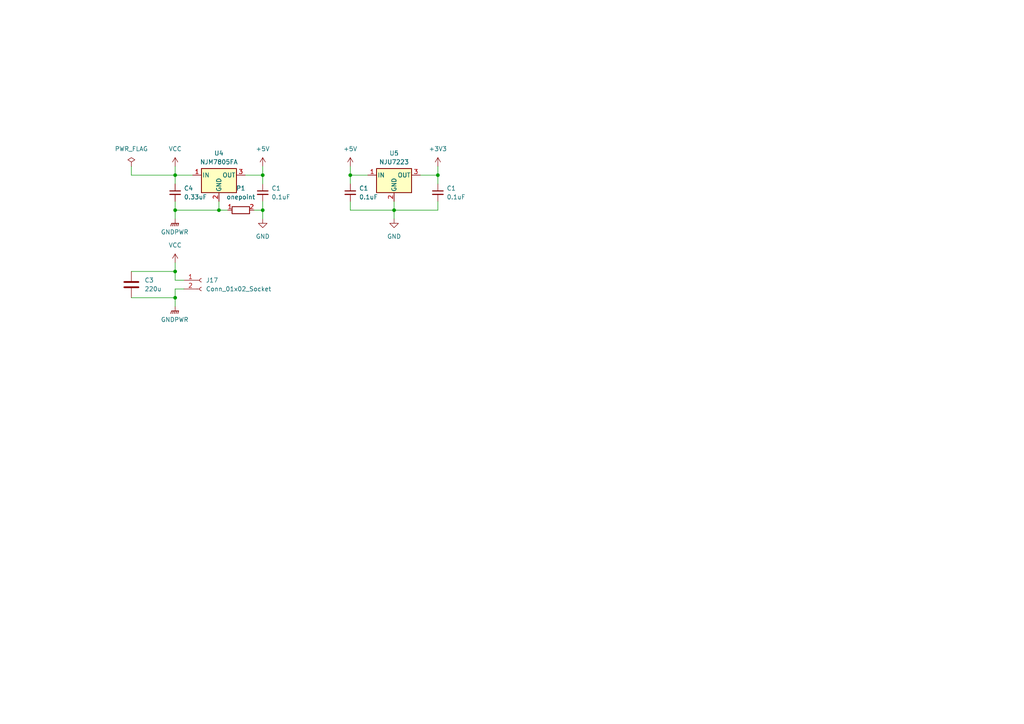
<source format=kicad_sch>
(kicad_sch (version 20230121) (generator eeschema)

  (uuid b121f1ac-567f-4c92-a979-c734161b9d95)

  (paper "A4")

  (lib_symbols
    (symbol "Connector:Conn_01x02_Socket" (pin_names (offset 1.016) hide) (in_bom yes) (on_board yes)
      (property "Reference" "J" (at 0 2.54 0)
        (effects (font (size 1.27 1.27)))
      )
      (property "Value" "Conn_01x02_Socket" (at 0 -5.08 0)
        (effects (font (size 1.27 1.27)))
      )
      (property "Footprint" "" (at 0 0 0)
        (effects (font (size 1.27 1.27)) hide)
      )
      (property "Datasheet" "~" (at 0 0 0)
        (effects (font (size 1.27 1.27)) hide)
      )
      (property "ki_locked" "" (at 0 0 0)
        (effects (font (size 1.27 1.27)))
      )
      (property "ki_keywords" "connector" (at 0 0 0)
        (effects (font (size 1.27 1.27)) hide)
      )
      (property "ki_description" "Generic connector, single row, 01x02, script generated" (at 0 0 0)
        (effects (font (size 1.27 1.27)) hide)
      )
      (property "ki_fp_filters" "Connector*:*_1x??_*" (at 0 0 0)
        (effects (font (size 1.27 1.27)) hide)
      )
      (symbol "Conn_01x02_Socket_1_1"
        (arc (start 0 -2.032) (mid -0.5058 -2.54) (end 0 -3.048)
          (stroke (width 0.1524) (type default))
          (fill (type none))
        )
        (polyline
          (pts
            (xy -1.27 -2.54)
            (xy -0.508 -2.54)
          )
          (stroke (width 0.1524) (type default))
          (fill (type none))
        )
        (polyline
          (pts
            (xy -1.27 0)
            (xy -0.508 0)
          )
          (stroke (width 0.1524) (type default))
          (fill (type none))
        )
        (arc (start 0 0.508) (mid -0.5058 0) (end 0 -0.508)
          (stroke (width 0.1524) (type default))
          (fill (type none))
        )
        (pin passive line (at -5.08 0 0) (length 3.81)
          (name "Pin_1" (effects (font (size 1.27 1.27))))
          (number "1" (effects (font (size 1.27 1.27))))
        )
        (pin passive line (at -5.08 -2.54 0) (length 3.81)
          (name "Pin_2" (effects (font (size 1.27 1.27))))
          (number "2" (effects (font (size 1.27 1.27))))
        )
      )
    )
    (symbol "Device:C" (pin_numbers hide) (pin_names (offset 0.254)) (in_bom yes) (on_board yes)
      (property "Reference" "C" (at 0.635 2.54 0)
        (effects (font (size 1.27 1.27)) (justify left))
      )
      (property "Value" "C" (at 0.635 -2.54 0)
        (effects (font (size 1.27 1.27)) (justify left))
      )
      (property "Footprint" "" (at 0.9652 -3.81 0)
        (effects (font (size 1.27 1.27)) hide)
      )
      (property "Datasheet" "~" (at 0 0 0)
        (effects (font (size 1.27 1.27)) hide)
      )
      (property "ki_keywords" "cap capacitor" (at 0 0 0)
        (effects (font (size 1.27 1.27)) hide)
      )
      (property "ki_description" "Unpolarized capacitor" (at 0 0 0)
        (effects (font (size 1.27 1.27)) hide)
      )
      (property "ki_fp_filters" "C_*" (at 0 0 0)
        (effects (font (size 1.27 1.27)) hide)
      )
      (symbol "C_0_1"
        (polyline
          (pts
            (xy -2.032 -0.762)
            (xy 2.032 -0.762)
          )
          (stroke (width 0.508) (type default))
          (fill (type none))
        )
        (polyline
          (pts
            (xy -2.032 0.762)
            (xy 2.032 0.762)
          )
          (stroke (width 0.508) (type default))
          (fill (type none))
        )
      )
      (symbol "C_1_1"
        (pin passive line (at 0 3.81 270) (length 2.794)
          (name "~" (effects (font (size 1.27 1.27))))
          (number "1" (effects (font (size 1.27 1.27))))
        )
        (pin passive line (at 0 -3.81 90) (length 2.794)
          (name "~" (effects (font (size 1.27 1.27))))
          (number "2" (effects (font (size 1.27 1.27))))
        )
      )
    )
    (symbol "Device:C_Small" (pin_numbers hide) (pin_names (offset 0.254) hide) (in_bom yes) (on_board yes)
      (property "Reference" "C" (at 0.254 1.778 0)
        (effects (font (size 1.27 1.27)) (justify left))
      )
      (property "Value" "C_Small" (at 0.254 -2.032 0)
        (effects (font (size 1.27 1.27)) (justify left))
      )
      (property "Footprint" "" (at 0 0 0)
        (effects (font (size 1.27 1.27)) hide)
      )
      (property "Datasheet" "~" (at 0 0 0)
        (effects (font (size 1.27 1.27)) hide)
      )
      (property "ki_keywords" "capacitor cap" (at 0 0 0)
        (effects (font (size 1.27 1.27)) hide)
      )
      (property "ki_description" "Unpolarized capacitor, small symbol" (at 0 0 0)
        (effects (font (size 1.27 1.27)) hide)
      )
      (property "ki_fp_filters" "C_*" (at 0 0 0)
        (effects (font (size 1.27 1.27)) hide)
      )
      (symbol "C_Small_0_1"
        (polyline
          (pts
            (xy -1.524 -0.508)
            (xy 1.524 -0.508)
          )
          (stroke (width 0.3302) (type default))
          (fill (type none))
        )
        (polyline
          (pts
            (xy -1.524 0.508)
            (xy 1.524 0.508)
          )
          (stroke (width 0.3048) (type default))
          (fill (type none))
        )
      )
      (symbol "C_Small_1_1"
        (pin passive line (at 0 2.54 270) (length 2.032)
          (name "~" (effects (font (size 1.27 1.27))))
          (number "1" (effects (font (size 1.27 1.27))))
        )
        (pin passive line (at 0 -2.54 90) (length 2.032)
          (name "~" (effects (font (size 1.27 1.27))))
          (number "2" (effects (font (size 1.27 1.27))))
        )
      )
    )
    (symbol "Regulator_Linear:L7805" (pin_names (offset 0.254)) (in_bom yes) (on_board yes)
      (property "Reference" "U" (at -3.81 3.175 0)
        (effects (font (size 1.27 1.27)))
      )
      (property "Value" "L7805" (at 0 3.175 0)
        (effects (font (size 1.27 1.27)) (justify left))
      )
      (property "Footprint" "" (at 0.635 -3.81 0)
        (effects (font (size 1.27 1.27) italic) (justify left) hide)
      )
      (property "Datasheet" "http://www.st.com/content/ccc/resource/technical/document/datasheet/41/4f/b3/b0/12/d4/47/88/CD00000444.pdf/files/CD00000444.pdf/jcr:content/translations/en.CD00000444.pdf" (at 0 -1.27 0)
        (effects (font (size 1.27 1.27)) hide)
      )
      (property "ki_keywords" "Voltage Regulator 1.5A Positive" (at 0 0 0)
        (effects (font (size 1.27 1.27)) hide)
      )
      (property "ki_description" "Positive 1.5A 35V Linear Regulator, Fixed Output 5V, TO-220/TO-263/TO-252" (at 0 0 0)
        (effects (font (size 1.27 1.27)) hide)
      )
      (property "ki_fp_filters" "TO?252* TO?263* TO?220*" (at 0 0 0)
        (effects (font (size 1.27 1.27)) hide)
      )
      (symbol "L7805_0_1"
        (rectangle (start -5.08 1.905) (end 5.08 -5.08)
          (stroke (width 0.254) (type default))
          (fill (type background))
        )
      )
      (symbol "L7805_1_1"
        (pin power_in line (at -7.62 0 0) (length 2.54)
          (name "IN" (effects (font (size 1.27 1.27))))
          (number "1" (effects (font (size 1.27 1.27))))
        )
        (pin power_in line (at 0 -7.62 90) (length 2.54)
          (name "GND" (effects (font (size 1.27 1.27))))
          (number "2" (effects (font (size 1.27 1.27))))
        )
        (pin power_out line (at 7.62 0 180) (length 2.54)
          (name "OUT" (effects (font (size 1.27 1.27))))
          (number "3" (effects (font (size 1.27 1.27))))
        )
      )
    )
    (symbol "mylib:onepoint" (pin_names (offset 1.016)) (in_bom yes) (on_board yes)
      (property "Reference" "P" (at 0 -2.54 0)
        (effects (font (size 1.27 1.27)))
      )
      (property "Value" "onepoint" (at 0 -3.81 0)
        (effects (font (size 1.27 1.27)))
      )
      (property "Footprint" "" (at 0 0 0)
        (effects (font (size 1.27 1.27)) hide)
      )
      (property "Datasheet" "" (at 0 0 0)
        (effects (font (size 1.27 1.27)) hide)
      )
      (symbol "onepoint_1_1"
        (rectangle (start 2.54 -1.016) (end -2.54 1.016)
          (stroke (width 0.254) (type default))
          (fill (type none))
        )
        (pin passive line (at -3.81 0 0) (length 1.27)
          (name "~" (effects (font (size 1.27 1.27))))
          (number "1" (effects (font (size 1.27 1.27))))
        )
        (pin passive line (at 3.81 0 180) (length 1.27)
          (name "~" (effects (font (size 1.27 1.27))))
          (number "2" (effects (font (size 1.27 1.27))))
        )
      )
    )
    (symbol "power:+3V3" (power) (pin_names (offset 0)) (in_bom yes) (on_board yes)
      (property "Reference" "#PWR" (at 0 -3.81 0)
        (effects (font (size 1.27 1.27)) hide)
      )
      (property "Value" "+3V3" (at 0 3.556 0)
        (effects (font (size 1.27 1.27)))
      )
      (property "Footprint" "" (at 0 0 0)
        (effects (font (size 1.27 1.27)) hide)
      )
      (property "Datasheet" "" (at 0 0 0)
        (effects (font (size 1.27 1.27)) hide)
      )
      (property "ki_keywords" "global power" (at 0 0 0)
        (effects (font (size 1.27 1.27)) hide)
      )
      (property "ki_description" "Power symbol creates a global label with name \"+3V3\"" (at 0 0 0)
        (effects (font (size 1.27 1.27)) hide)
      )
      (symbol "+3V3_0_1"
        (polyline
          (pts
            (xy -0.762 1.27)
            (xy 0 2.54)
          )
          (stroke (width 0) (type default))
          (fill (type none))
        )
        (polyline
          (pts
            (xy 0 0)
            (xy 0 2.54)
          )
          (stroke (width 0) (type default))
          (fill (type none))
        )
        (polyline
          (pts
            (xy 0 2.54)
            (xy 0.762 1.27)
          )
          (stroke (width 0) (type default))
          (fill (type none))
        )
      )
      (symbol "+3V3_1_1"
        (pin power_in line (at 0 0 90) (length 0) hide
          (name "+3V3" (effects (font (size 1.27 1.27))))
          (number "1" (effects (font (size 1.27 1.27))))
        )
      )
    )
    (symbol "power:+5V" (power) (pin_names (offset 0)) (in_bom yes) (on_board yes)
      (property "Reference" "#PWR" (at 0 -3.81 0)
        (effects (font (size 1.27 1.27)) hide)
      )
      (property "Value" "+5V" (at 0 3.556 0)
        (effects (font (size 1.27 1.27)))
      )
      (property "Footprint" "" (at 0 0 0)
        (effects (font (size 1.27 1.27)) hide)
      )
      (property "Datasheet" "" (at 0 0 0)
        (effects (font (size 1.27 1.27)) hide)
      )
      (property "ki_keywords" "global power" (at 0 0 0)
        (effects (font (size 1.27 1.27)) hide)
      )
      (property "ki_description" "Power symbol creates a global label with name \"+5V\"" (at 0 0 0)
        (effects (font (size 1.27 1.27)) hide)
      )
      (symbol "+5V_0_1"
        (polyline
          (pts
            (xy -0.762 1.27)
            (xy 0 2.54)
          )
          (stroke (width 0) (type default))
          (fill (type none))
        )
        (polyline
          (pts
            (xy 0 0)
            (xy 0 2.54)
          )
          (stroke (width 0) (type default))
          (fill (type none))
        )
        (polyline
          (pts
            (xy 0 2.54)
            (xy 0.762 1.27)
          )
          (stroke (width 0) (type default))
          (fill (type none))
        )
      )
      (symbol "+5V_1_1"
        (pin power_in line (at 0 0 90) (length 0) hide
          (name "+5V" (effects (font (size 1.27 1.27))))
          (number "1" (effects (font (size 1.27 1.27))))
        )
      )
    )
    (symbol "power:GND" (power) (pin_names (offset 0)) (in_bom yes) (on_board yes)
      (property "Reference" "#PWR" (at 0 -6.35 0)
        (effects (font (size 1.27 1.27)) hide)
      )
      (property "Value" "GND" (at 0 -3.81 0)
        (effects (font (size 1.27 1.27)))
      )
      (property "Footprint" "" (at 0 0 0)
        (effects (font (size 1.27 1.27)) hide)
      )
      (property "Datasheet" "" (at 0 0 0)
        (effects (font (size 1.27 1.27)) hide)
      )
      (property "ki_keywords" "global power" (at 0 0 0)
        (effects (font (size 1.27 1.27)) hide)
      )
      (property "ki_description" "Power symbol creates a global label with name \"GND\" , ground" (at 0 0 0)
        (effects (font (size 1.27 1.27)) hide)
      )
      (symbol "GND_0_1"
        (polyline
          (pts
            (xy 0 0)
            (xy 0 -1.27)
            (xy 1.27 -1.27)
            (xy 0 -2.54)
            (xy -1.27 -1.27)
            (xy 0 -1.27)
          )
          (stroke (width 0) (type default))
          (fill (type none))
        )
      )
      (symbol "GND_1_1"
        (pin power_in line (at 0 0 270) (length 0) hide
          (name "GND" (effects (font (size 1.27 1.27))))
          (number "1" (effects (font (size 1.27 1.27))))
        )
      )
    )
    (symbol "power:GNDPWR" (power) (pin_names (offset 0)) (in_bom yes) (on_board yes)
      (property "Reference" "#PWR" (at 0 -5.08 0)
        (effects (font (size 1.27 1.27)) hide)
      )
      (property "Value" "GNDPWR" (at 0 -3.302 0)
        (effects (font (size 1.27 1.27)))
      )
      (property "Footprint" "" (at 0 -1.27 0)
        (effects (font (size 1.27 1.27)) hide)
      )
      (property "Datasheet" "" (at 0 -1.27 0)
        (effects (font (size 1.27 1.27)) hide)
      )
      (property "ki_keywords" "global ground" (at 0 0 0)
        (effects (font (size 1.27 1.27)) hide)
      )
      (property "ki_description" "Power symbol creates a global label with name \"GNDPWR\" , global ground" (at 0 0 0)
        (effects (font (size 1.27 1.27)) hide)
      )
      (symbol "GNDPWR_0_1"
        (polyline
          (pts
            (xy 0 -1.27)
            (xy 0 0)
          )
          (stroke (width 0) (type default))
          (fill (type none))
        )
        (polyline
          (pts
            (xy -1.016 -1.27)
            (xy -1.27 -2.032)
            (xy -1.27 -2.032)
          )
          (stroke (width 0.2032) (type default))
          (fill (type none))
        )
        (polyline
          (pts
            (xy -0.508 -1.27)
            (xy -0.762 -2.032)
            (xy -0.762 -2.032)
          )
          (stroke (width 0.2032) (type default))
          (fill (type none))
        )
        (polyline
          (pts
            (xy 0 -1.27)
            (xy -0.254 -2.032)
            (xy -0.254 -2.032)
          )
          (stroke (width 0.2032) (type default))
          (fill (type none))
        )
        (polyline
          (pts
            (xy 0.508 -1.27)
            (xy 0.254 -2.032)
            (xy 0.254 -2.032)
          )
          (stroke (width 0.2032) (type default))
          (fill (type none))
        )
        (polyline
          (pts
            (xy 1.016 -1.27)
            (xy -1.016 -1.27)
            (xy -1.016 -1.27)
          )
          (stroke (width 0.2032) (type default))
          (fill (type none))
        )
        (polyline
          (pts
            (xy 1.016 -1.27)
            (xy 0.762 -2.032)
            (xy 0.762 -2.032)
            (xy 0.762 -2.032)
          )
          (stroke (width 0.2032) (type default))
          (fill (type none))
        )
      )
      (symbol "GNDPWR_1_1"
        (pin power_in line (at 0 0 270) (length 0) hide
          (name "GNDPWR" (effects (font (size 1.27 1.27))))
          (number "1" (effects (font (size 1.27 1.27))))
        )
      )
    )
    (symbol "power:PWR_FLAG" (power) (pin_numbers hide) (pin_names (offset 0) hide) (in_bom yes) (on_board yes)
      (property "Reference" "#FLG" (at 0 1.905 0)
        (effects (font (size 1.27 1.27)) hide)
      )
      (property "Value" "PWR_FLAG" (at 0 3.81 0)
        (effects (font (size 1.27 1.27)))
      )
      (property "Footprint" "" (at 0 0 0)
        (effects (font (size 1.27 1.27)) hide)
      )
      (property "Datasheet" "~" (at 0 0 0)
        (effects (font (size 1.27 1.27)) hide)
      )
      (property "ki_keywords" "flag power" (at 0 0 0)
        (effects (font (size 1.27 1.27)) hide)
      )
      (property "ki_description" "Special symbol for telling ERC where power comes from" (at 0 0 0)
        (effects (font (size 1.27 1.27)) hide)
      )
      (symbol "PWR_FLAG_0_0"
        (pin power_out line (at 0 0 90) (length 0)
          (name "pwr" (effects (font (size 1.27 1.27))))
          (number "1" (effects (font (size 1.27 1.27))))
        )
      )
      (symbol "PWR_FLAG_0_1"
        (polyline
          (pts
            (xy 0 0)
            (xy 0 1.27)
            (xy -1.016 1.905)
            (xy 0 2.54)
            (xy 1.016 1.905)
            (xy 0 1.27)
          )
          (stroke (width 0) (type default))
          (fill (type none))
        )
      )
    )
    (symbol "power:VCC" (power) (pin_names (offset 0)) (in_bom yes) (on_board yes)
      (property "Reference" "#PWR" (at 0 -3.81 0)
        (effects (font (size 1.27 1.27)) hide)
      )
      (property "Value" "VCC" (at 0 3.81 0)
        (effects (font (size 1.27 1.27)))
      )
      (property "Footprint" "" (at 0 0 0)
        (effects (font (size 1.27 1.27)) hide)
      )
      (property "Datasheet" "" (at 0 0 0)
        (effects (font (size 1.27 1.27)) hide)
      )
      (property "ki_keywords" "global power" (at 0 0 0)
        (effects (font (size 1.27 1.27)) hide)
      )
      (property "ki_description" "Power symbol creates a global label with name \"VCC\"" (at 0 0 0)
        (effects (font (size 1.27 1.27)) hide)
      )
      (symbol "VCC_0_1"
        (polyline
          (pts
            (xy -0.762 1.27)
            (xy 0 2.54)
          )
          (stroke (width 0) (type default))
          (fill (type none))
        )
        (polyline
          (pts
            (xy 0 0)
            (xy 0 2.54)
          )
          (stroke (width 0) (type default))
          (fill (type none))
        )
        (polyline
          (pts
            (xy 0 2.54)
            (xy 0.762 1.27)
          )
          (stroke (width 0) (type default))
          (fill (type none))
        )
      )
      (symbol "VCC_1_1"
        (pin power_in line (at 0 0 90) (length 0) hide
          (name "VCC" (effects (font (size 1.27 1.27))))
          (number "1" (effects (font (size 1.27 1.27))))
        )
      )
    )
  )

  (junction (at 101.6 50.8) (diameter 0) (color 0 0 0 0)
    (uuid 20b80acb-bb05-4a54-aebc-f988e1a8cf47)
  )
  (junction (at 63.5 60.96) (diameter 0) (color 0 0 0 0)
    (uuid 6dd0cdc6-a427-4d88-8284-43e482723f90)
  )
  (junction (at 50.8 86.36) (diameter 0) (color 0 0 0 0)
    (uuid 7f8cc551-ec7b-4094-954e-66a3e8e1b383)
  )
  (junction (at 50.8 60.96) (diameter 0) (color 0 0 0 0)
    (uuid 86505979-bcb1-47f2-93ff-6cc765583b61)
  )
  (junction (at 76.2 60.96) (diameter 0) (color 0 0 0 0)
    (uuid 8720b523-333b-4d14-920f-cd3fa4935664)
  )
  (junction (at 50.8 50.8) (diameter 0) (color 0 0 0 0)
    (uuid ac12187e-f609-4166-aac4-56dd11722f42)
  )
  (junction (at 76.2 50.8) (diameter 0) (color 0 0 0 0)
    (uuid b35961ac-506e-4122-b84c-4817ae9ec9d5)
  )
  (junction (at 127 50.8) (diameter 0) (color 0 0 0 0)
    (uuid bfa1f9fa-68ad-4582-b927-c46d6313b8ec)
  )
  (junction (at 50.8 78.74) (diameter 0) (color 0 0 0 0)
    (uuid c19978ce-0c34-4e31-a659-2f4eb28efb83)
  )
  (junction (at 114.3 60.96) (diameter 0) (color 0 0 0 0)
    (uuid c3392b0f-92a0-46c8-b49c-3cf9a3bb21d9)
  )

  (wire (pts (xy 63.5 60.96) (xy 66.04 60.96))
    (stroke (width 0) (type default))
    (uuid 044df4cf-1d0a-4030-89ff-320c5463f4bd)
  )
  (wire (pts (xy 50.8 48.26) (xy 50.8 50.8))
    (stroke (width 0) (type default))
    (uuid 072e7dcc-bea4-46c1-b5ac-55addc869787)
  )
  (wire (pts (xy 76.2 48.26) (xy 76.2 50.8))
    (stroke (width 0) (type default))
    (uuid 0ffc8910-db65-43cc-9fab-52c7248e9b9f)
  )
  (wire (pts (xy 127 50.8) (xy 127 53.34))
    (stroke (width 0) (type default))
    (uuid 1dadedbd-fbf0-47b8-8b75-19d94ef68f08)
  )
  (wire (pts (xy 121.92 50.8) (xy 127 50.8))
    (stroke (width 0) (type default))
    (uuid 4acef410-cbe9-4ffd-85de-25d369f91204)
  )
  (wire (pts (xy 101.6 58.42) (xy 101.6 60.96))
    (stroke (width 0) (type default))
    (uuid 4fd47193-1d92-4e4c-9e65-82dd9a764c61)
  )
  (wire (pts (xy 50.8 78.74) (xy 50.8 81.28))
    (stroke (width 0) (type default))
    (uuid 55d82a2c-2490-4f65-bfab-c66588ea032a)
  )
  (wire (pts (xy 38.1 50.8) (xy 50.8 50.8))
    (stroke (width 0) (type default))
    (uuid 66346771-bdaa-4e10-bf59-8ade47cecdae)
  )
  (wire (pts (xy 101.6 50.8) (xy 106.68 50.8))
    (stroke (width 0) (type default))
    (uuid 6802e5fb-a478-4677-9eb1-68c38662842f)
  )
  (wire (pts (xy 114.3 60.96) (xy 114.3 63.5))
    (stroke (width 0) (type default))
    (uuid 75e6c934-328f-4ac9-9f12-2c33e93c1235)
  )
  (wire (pts (xy 50.8 81.28) (xy 53.34 81.28))
    (stroke (width 0) (type default))
    (uuid 77fd254a-9a7c-4716-be27-9574c100a6f0)
  )
  (wire (pts (xy 76.2 60.96) (xy 76.2 63.5))
    (stroke (width 0) (type default))
    (uuid 7ca0695a-9736-4ad6-a004-13a73603f195)
  )
  (wire (pts (xy 63.5 58.42) (xy 63.5 60.96))
    (stroke (width 0) (type default))
    (uuid 7f38375c-cc19-4e90-a808-14e021aa4ab8)
  )
  (wire (pts (xy 50.8 60.96) (xy 63.5 60.96))
    (stroke (width 0) (type default))
    (uuid 82245dd8-17f8-4c07-af5f-9e4fba9bfa94)
  )
  (wire (pts (xy 71.12 50.8) (xy 76.2 50.8))
    (stroke (width 0) (type default))
    (uuid 8628b826-1da5-4875-a37b-5529d9f87635)
  )
  (wire (pts (xy 127 58.42) (xy 127 60.96))
    (stroke (width 0) (type default))
    (uuid 8af8abff-18e1-4df4-b83a-d2d9cb1776b0)
  )
  (wire (pts (xy 50.8 50.8) (xy 50.8 53.34))
    (stroke (width 0) (type default))
    (uuid 8f2422af-164c-43a5-8ef5-3c7aa0d31cef)
  )
  (wire (pts (xy 73.66 60.96) (xy 76.2 60.96))
    (stroke (width 0) (type default))
    (uuid 9cd6ee1e-e4b0-41d8-87db-1c0a9834fd9c)
  )
  (wire (pts (xy 53.34 83.82) (xy 50.8 83.82))
    (stroke (width 0) (type default))
    (uuid a16be770-75c7-4a55-943b-d5ab7aa6412a)
  )
  (wire (pts (xy 50.8 58.42) (xy 50.8 60.96))
    (stroke (width 0) (type default))
    (uuid a6c7e423-0763-4e75-a233-af5b68a194cd)
  )
  (wire (pts (xy 76.2 50.8) (xy 76.2 53.34))
    (stroke (width 0) (type default))
    (uuid a7415704-7636-4b14-9bd7-34afe8477606)
  )
  (wire (pts (xy 101.6 50.8) (xy 101.6 53.34))
    (stroke (width 0) (type default))
    (uuid b022173c-a206-42e2-84dd-c1cb43b4ea9c)
  )
  (wire (pts (xy 38.1 78.74) (xy 50.8 78.74))
    (stroke (width 0) (type default))
    (uuid bb2f78e2-9517-4bc4-a2a6-34229e2219bc)
  )
  (wire (pts (xy 38.1 86.36) (xy 50.8 86.36))
    (stroke (width 0) (type default))
    (uuid bfca03e1-ddf2-46ff-b9ec-e0f97e026ddc)
  )
  (wire (pts (xy 50.8 50.8) (xy 55.88 50.8))
    (stroke (width 0) (type default))
    (uuid c0dbb781-0843-4ec0-b3e0-8b4e21a9de80)
  )
  (wire (pts (xy 127 48.26) (xy 127 50.8))
    (stroke (width 0) (type default))
    (uuid cd23c59e-9344-4a7a-8e9b-6ba6b66ece45)
  )
  (wire (pts (xy 114.3 60.96) (xy 127 60.96))
    (stroke (width 0) (type default))
    (uuid d0a60cff-2509-4a7b-9963-8e0b37c448aa)
  )
  (wire (pts (xy 76.2 58.42) (xy 76.2 60.96))
    (stroke (width 0) (type default))
    (uuid dc6a0f8a-4ab4-44e4-97e7-dd48f3822e6c)
  )
  (wire (pts (xy 114.3 58.42) (xy 114.3 60.96))
    (stroke (width 0) (type default))
    (uuid de160181-8911-475f-aff1-076af6855172)
  )
  (wire (pts (xy 101.6 60.96) (xy 114.3 60.96))
    (stroke (width 0) (type default))
    (uuid e573cb1f-facb-4ba9-a536-37d5a72559c4)
  )
  (wire (pts (xy 50.8 86.36) (xy 50.8 88.9))
    (stroke (width 0) (type default))
    (uuid e9f9115e-017c-431c-bdca-66c8ec5ad2f5)
  )
  (wire (pts (xy 50.8 83.82) (xy 50.8 86.36))
    (stroke (width 0) (type default))
    (uuid ea85c3f6-921b-4924-be65-0f404b133355)
  )
  (wire (pts (xy 101.6 48.26) (xy 101.6 50.8))
    (stroke (width 0) (type default))
    (uuid eca40b93-d71d-4120-b8ce-c38e65f96e24)
  )
  (wire (pts (xy 50.8 60.96) (xy 50.8 63.5))
    (stroke (width 0) (type default))
    (uuid ef4f3cd0-2a29-4ca7-9681-989b4f48cb2a)
  )
  (wire (pts (xy 50.8 76.2) (xy 50.8 78.74))
    (stroke (width 0) (type default))
    (uuid fcb3c97d-6484-4368-8cbc-453dde9bf1ef)
  )
  (wire (pts (xy 38.1 48.26) (xy 38.1 50.8))
    (stroke (width 0) (type default))
    (uuid fd4168d7-d5a0-4a0d-93a9-143b7649eb54)
  )

  (symbol (lib_id "power:GNDPWR") (at 50.8 63.5 0) (unit 1)
    (in_bom yes) (on_board yes) (dnp no) (fields_autoplaced)
    (uuid 0093b9a4-fbfa-401b-8193-28a4c3a4790e)
    (property "Reference" "#PWR032" (at 50.8 68.58 0)
      (effects (font (size 1.27 1.27)) hide)
    )
    (property "Value" "GNDPWR" (at 50.673 67.31 0)
      (effects (font (size 1.27 1.27)))
    )
    (property "Footprint" "" (at 50.8 64.77 0)
      (effects (font (size 1.27 1.27)) hide)
    )
    (property "Datasheet" "" (at 50.8 64.77 0)
      (effects (font (size 1.27 1.27)) hide)
    )
    (pin "1" (uuid 52e82577-1065-4227-8642-551f51b05631))
    (instances
      (project "HRUServoController"
        (path "/22d57d1f-fa00-4148-a62a-8eb596ebbd21/8865bb96-b424-4214-9ee7-9e2e6881a969"
          (reference "#PWR032") (unit 1)
        )
      )
    )
  )

  (symbol (lib_id "power:+5V") (at 76.2 48.26 0) (unit 1)
    (in_bom yes) (on_board yes) (dnp no) (fields_autoplaced)
    (uuid 126f46c2-c3d1-4256-a5e9-b2007a1e4d79)
    (property "Reference" "#PWR035" (at 76.2 52.07 0)
      (effects (font (size 1.27 1.27)) hide)
    )
    (property "Value" "+5V" (at 76.2 43.18 0)
      (effects (font (size 1.27 1.27)))
    )
    (property "Footprint" "" (at 76.2 48.26 0)
      (effects (font (size 1.27 1.27)) hide)
    )
    (property "Datasheet" "" (at 76.2 48.26 0)
      (effects (font (size 1.27 1.27)) hide)
    )
    (pin "1" (uuid 091df08b-dcc6-49c5-a0f0-55c78bb29c70))
    (instances
      (project "HRUServoController"
        (path "/22d57d1f-fa00-4148-a62a-8eb596ebbd21/8865bb96-b424-4214-9ee7-9e2e6881a969"
          (reference "#PWR035") (unit 1)
        )
      )
    )
  )

  (symbol (lib_id "Device:C_Small") (at 127 55.88 0) (unit 1)
    (in_bom yes) (on_board yes) (dnp no) (fields_autoplaced)
    (uuid 23cc5085-27ab-4ac4-ab62-af4bc4a6d316)
    (property "Reference" "C1" (at 129.54 54.6163 0)
      (effects (font (size 1.27 1.27)) (justify left))
    )
    (property "Value" "0.1uF" (at 129.54 57.1563 0)
      (effects (font (size 1.27 1.27)) (justify left))
    )
    (property "Footprint" "Capacitor_THT:C_Disc_D3.8mm_W2.6mm_P2.50mm" (at 127 55.88 0)
      (effects (font (size 1.27 1.27)) hide)
    )
    (property "Datasheet" "~" (at 127 55.88 0)
      (effects (font (size 1.27 1.27)) hide)
    )
    (property "AKI_CODE" "RDER71H104K0P1H03B" (at 127 55.88 0)
      (effects (font (size 1.27 1.27)) hide)
    )
    (pin "1" (uuid 2ba9501c-8870-4067-8b6e-87417e549d26))
    (pin "2" (uuid ec41086a-7aba-4213-b8b8-afe374d1cf5a))
    (instances
      (project "HRUServoController"
        (path "/22d57d1f-fa00-4148-a62a-8eb596ebbd21/e77e8245-6b3f-4da7-90e6-d027ac806a87"
          (reference "C1") (unit 1)
        )
        (path "/22d57d1f-fa00-4148-a62a-8eb596ebbd21/8865bb96-b424-4214-9ee7-9e2e6881a969"
          (reference "C7") (unit 1)
        )
      )
    )
  )

  (symbol (lib_id "mylib:onepoint") (at 69.85 60.96 0) (unit 1)
    (in_bom yes) (on_board yes) (dnp no) (fields_autoplaced)
    (uuid 29e12052-d1ea-44f7-b9b2-4046d62d1433)
    (property "Reference" "P1" (at 69.85 54.61 0)
      (effects (font (size 1.27 1.27)))
    )
    (property "Value" "onepoint" (at 69.85 57.15 0)
      (effects (font (size 1.27 1.27)))
    )
    (property "Footprint" "mymod:one-point-connect" (at 69.85 60.96 0)
      (effects (font (size 1.27 1.27)) hide)
    )
    (property "Datasheet" "" (at 69.85 60.96 0)
      (effects (font (size 1.27 1.27)) hide)
    )
    (pin "1" (uuid 0bd202ef-2433-41f5-b943-3e048afad131))
    (pin "2" (uuid 13c97aea-cb05-482e-8548-0a4fba066948))
    (instances
      (project "HRUServoController"
        (path "/22d57d1f-fa00-4148-a62a-8eb596ebbd21/8865bb96-b424-4214-9ee7-9e2e6881a969"
          (reference "P1") (unit 1)
        )
      )
    )
  )

  (symbol (lib_id "power:+3V3") (at 127 48.26 0) (unit 1)
    (in_bom yes) (on_board yes) (dnp no) (fields_autoplaced)
    (uuid 2bdc2680-adfa-46e2-b3f9-1f0c66975f75)
    (property "Reference" "#PWR039" (at 127 52.07 0)
      (effects (font (size 1.27 1.27)) hide)
    )
    (property "Value" "+3V3" (at 127 43.18 0)
      (effects (font (size 1.27 1.27)))
    )
    (property "Footprint" "" (at 127 48.26 0)
      (effects (font (size 1.27 1.27)) hide)
    )
    (property "Datasheet" "" (at 127 48.26 0)
      (effects (font (size 1.27 1.27)) hide)
    )
    (pin "1" (uuid 29aad743-1560-471c-9d13-01df721c020f))
    (instances
      (project "HRUServoController"
        (path "/22d57d1f-fa00-4148-a62a-8eb596ebbd21/8865bb96-b424-4214-9ee7-9e2e6881a969"
          (reference "#PWR039") (unit 1)
        )
      )
    )
  )

  (symbol (lib_id "power:VCC") (at 50.8 48.26 0) (unit 1)
    (in_bom yes) (on_board yes) (dnp no) (fields_autoplaced)
    (uuid 2f4b4c90-f69c-4c87-9abd-bda8a7eb36b3)
    (property "Reference" "#PWR031" (at 50.8 52.07 0)
      (effects (font (size 1.27 1.27)) hide)
    )
    (property "Value" "VCC" (at 50.8 43.18 0)
      (effects (font (size 1.27 1.27)))
    )
    (property "Footprint" "" (at 50.8 48.26 0)
      (effects (font (size 1.27 1.27)) hide)
    )
    (property "Datasheet" "" (at 50.8 48.26 0)
      (effects (font (size 1.27 1.27)) hide)
    )
    (pin "1" (uuid 230ff5c3-340c-479a-b576-7b01fce1ae84))
    (instances
      (project "HRUServoController"
        (path "/22d57d1f-fa00-4148-a62a-8eb596ebbd21/8865bb96-b424-4214-9ee7-9e2e6881a969"
          (reference "#PWR031") (unit 1)
        )
      )
    )
  )

  (symbol (lib_id "Device:C_Small") (at 101.6 55.88 0) (unit 1)
    (in_bom yes) (on_board yes) (dnp no) (fields_autoplaced)
    (uuid 3b77d794-f308-4df4-ab3e-967c4d54f2b3)
    (property "Reference" "C1" (at 104.14 54.6163 0)
      (effects (font (size 1.27 1.27)) (justify left))
    )
    (property "Value" "0.1uF" (at 104.14 57.1563 0)
      (effects (font (size 1.27 1.27)) (justify left))
    )
    (property "Footprint" "Capacitor_THT:C_Disc_D3.8mm_W2.6mm_P2.50mm" (at 101.6 55.88 0)
      (effects (font (size 1.27 1.27)) hide)
    )
    (property "Datasheet" "~" (at 101.6 55.88 0)
      (effects (font (size 1.27 1.27)) hide)
    )
    (property "AKI_CODE" "RDER71H104K0P1H03B" (at 101.6 55.88 0)
      (effects (font (size 1.27 1.27)) hide)
    )
    (pin "1" (uuid 266f7fb9-4dd2-4dda-82aa-3988efb1626e))
    (pin "2" (uuid 5fd7ef98-3625-4d87-be3c-d050a18712e6))
    (instances
      (project "HRUServoController"
        (path "/22d57d1f-fa00-4148-a62a-8eb596ebbd21/e77e8245-6b3f-4da7-90e6-d027ac806a87"
          (reference "C1") (unit 1)
        )
        (path "/22d57d1f-fa00-4148-a62a-8eb596ebbd21/8865bb96-b424-4214-9ee7-9e2e6881a969"
          (reference "C6") (unit 1)
        )
      )
    )
  )

  (symbol (lib_id "Device:C_Small") (at 50.8 55.88 0) (unit 1)
    (in_bom yes) (on_board yes) (dnp no) (fields_autoplaced)
    (uuid 5cb7ccf6-6df7-4af5-ac82-926d11d1fd50)
    (property "Reference" "C4" (at 53.34 54.6163 0)
      (effects (font (size 1.27 1.27)) (justify left))
    )
    (property "Value" "0.33uF" (at 53.34 57.1563 0)
      (effects (font (size 1.27 1.27)) (justify left))
    )
    (property "Footprint" "Capacitor_THT:C_Disc_D3.8mm_W2.6mm_P2.50mm" (at 50.8 55.88 0)
      (effects (font (size 1.27 1.27)) hide)
    )
    (property "Datasheet" "~" (at 50.8 55.88 0)
      (effects (font (size 1.27 1.27)) hide)
    )
    (pin "1" (uuid a978cb07-4054-49d0-a792-d44dbecaee5e))
    (pin "2" (uuid 36d10610-31d5-400b-bfe8-27f05fcd6dec))
    (instances
      (project "HRUServoController"
        (path "/22d57d1f-fa00-4148-a62a-8eb596ebbd21/8865bb96-b424-4214-9ee7-9e2e6881a969"
          (reference "C4") (unit 1)
        )
      )
    )
  )

  (symbol (lib_id "Connector:Conn_01x02_Socket") (at 58.42 81.28 0) (unit 1)
    (in_bom yes) (on_board yes) (dnp no) (fields_autoplaced)
    (uuid 65d54089-4231-4db4-91df-ebc65506154c)
    (property "Reference" "J17" (at 59.69 81.28 0)
      (effects (font (size 1.27 1.27)) (justify left))
    )
    (property "Value" "Conn_01x02_Socket" (at 59.69 83.82 0)
      (effects (font (size 1.27 1.27)) (justify left))
    )
    (property "Footprint" "Connector_JST:JST_VH_B2P-VH_1x02_P3.96mm_Vertical" (at 58.42 81.28 0)
      (effects (font (size 1.27 1.27)) hide)
    )
    (property "Datasheet" "~" (at 58.42 81.28 0)
      (effects (font (size 1.27 1.27)) hide)
    )
    (pin "1" (uuid 64b39885-265d-4335-9ee1-7fb22a1fd2df))
    (pin "2" (uuid f68b57fa-1ee2-43c4-9c8f-4cfa100eae0d))
    (instances
      (project "HRUServoController"
        (path "/22d57d1f-fa00-4148-a62a-8eb596ebbd21/8865bb96-b424-4214-9ee7-9e2e6881a969"
          (reference "J17") (unit 1)
        )
      )
    )
  )

  (symbol (lib_id "Regulator_Linear:L7805") (at 63.5 50.8 0) (unit 1)
    (in_bom yes) (on_board yes) (dnp no) (fields_autoplaced)
    (uuid 8944b0c9-388a-4539-bb57-b6bcdb7a93e4)
    (property "Reference" "U4" (at 63.5 44.45 0)
      (effects (font (size 1.27 1.27)))
    )
    (property "Value" "NJM7805FA" (at 63.5 46.99 0)
      (effects (font (size 1.27 1.27)))
    )
    (property "Footprint" "Package_TO_SOT_THT:TO-220-3_Vertical" (at 64.135 54.61 0)
      (effects (font (size 1.27 1.27) italic) (justify left) hide)
    )
    (property "Datasheet" "https://akizukidenshi.com/download/ds/njr/NJM7800_J.pdf" (at 63.5 52.07 0)
      (effects (font (size 1.27 1.27)) hide)
    )
    (property "AKI_URL" "https://akizukidenshi.com/catalog/g/gI-08678/" (at 63.5 50.8 0)
      (effects (font (size 1.27 1.27)) hide)
    )
    (property "AKI_CODE" "NJM7805FA" (at 63.5 50.8 0)
      (effects (font (size 1.27 1.27)) hide)
    )
    (pin "1" (uuid 5eb2bca5-1254-4bd4-b3fb-a89fdcd24c36))
    (pin "2" (uuid 38238802-f3ba-4004-b11b-1856e82ee1d6))
    (pin "3" (uuid cc46c33e-4e65-4777-9249-78bbb3290932))
    (instances
      (project "HRUServoController"
        (path "/22d57d1f-fa00-4148-a62a-8eb596ebbd21/8865bb96-b424-4214-9ee7-9e2e6881a969"
          (reference "U4") (unit 1)
        )
      )
    )
  )

  (symbol (lib_id "power:+5V") (at 101.6 48.26 0) (unit 1)
    (in_bom yes) (on_board yes) (dnp no) (fields_autoplaced)
    (uuid 8ae5cca6-a860-46e9-bb01-982097db6c26)
    (property "Reference" "#PWR037" (at 101.6 52.07 0)
      (effects (font (size 1.27 1.27)) hide)
    )
    (property "Value" "+5V" (at 101.6 43.18 0)
      (effects (font (size 1.27 1.27)))
    )
    (property "Footprint" "" (at 101.6 48.26 0)
      (effects (font (size 1.27 1.27)) hide)
    )
    (property "Datasheet" "" (at 101.6 48.26 0)
      (effects (font (size 1.27 1.27)) hide)
    )
    (pin "1" (uuid d19c90e6-6620-4c5e-9381-9cc7479f6aa1))
    (instances
      (project "HRUServoController"
        (path "/22d57d1f-fa00-4148-a62a-8eb596ebbd21/8865bb96-b424-4214-9ee7-9e2e6881a969"
          (reference "#PWR037") (unit 1)
        )
      )
    )
  )

  (symbol (lib_id "power:GND") (at 114.3 63.5 0) (unit 1)
    (in_bom yes) (on_board yes) (dnp no) (fields_autoplaced)
    (uuid 8ee05fc6-4558-4d60-b8be-50d7ab62045d)
    (property "Reference" "#PWR038" (at 114.3 69.85 0)
      (effects (font (size 1.27 1.27)) hide)
    )
    (property "Value" "GND" (at 114.3 68.58 0)
      (effects (font (size 1.27 1.27)))
    )
    (property "Footprint" "" (at 114.3 63.5 0)
      (effects (font (size 1.27 1.27)) hide)
    )
    (property "Datasheet" "" (at 114.3 63.5 0)
      (effects (font (size 1.27 1.27)) hide)
    )
    (pin "1" (uuid fde6a977-742a-45ae-bf66-6fcaadb07fd9))
    (instances
      (project "HRUServoController"
        (path "/22d57d1f-fa00-4148-a62a-8eb596ebbd21/8865bb96-b424-4214-9ee7-9e2e6881a969"
          (reference "#PWR038") (unit 1)
        )
      )
    )
  )

  (symbol (lib_id "Device:C") (at 38.1 82.55 0) (unit 1)
    (in_bom yes) (on_board yes) (dnp no) (fields_autoplaced)
    (uuid a6099375-9ac5-4577-9da1-6c6339287d77)
    (property "Reference" "C3" (at 41.91 81.28 0)
      (effects (font (size 1.27 1.27)) (justify left))
    )
    (property "Value" "220u" (at 41.91 83.82 0)
      (effects (font (size 1.27 1.27)) (justify left))
    )
    (property "Footprint" "Capacitor_THT:C_Radial_D6.3mm_H11.0mm_P2.50mm" (at 39.0652 86.36 0)
      (effects (font (size 1.27 1.27)) hide)
    )
    (property "Datasheet" "~" (at 38.1 82.55 0)
      (effects (font (size 1.27 1.27)) hide)
    )
    (pin "1" (uuid c1d9a090-c3dd-4cc2-be1d-1cb31df13edb))
    (pin "2" (uuid fc120743-3b2b-4df8-84af-3eac563613c6))
    (instances
      (project "HRUServoController"
        (path "/22d57d1f-fa00-4148-a62a-8eb596ebbd21/8865bb96-b424-4214-9ee7-9e2e6881a969"
          (reference "C3") (unit 1)
        )
      )
    )
  )

  (symbol (lib_id "power:PWR_FLAG") (at 38.1 48.26 0) (unit 1)
    (in_bom yes) (on_board yes) (dnp no) (fields_autoplaced)
    (uuid af5bfd41-881e-4d7a-94c8-c87f89d9f5ec)
    (property "Reference" "#FLG01" (at 38.1 46.355 0)
      (effects (font (size 1.27 1.27)) hide)
    )
    (property "Value" "PWR_FLAG" (at 38.1 43.18 0)
      (effects (font (size 1.27 1.27)))
    )
    (property "Footprint" "" (at 38.1 48.26 0)
      (effects (font (size 1.27 1.27)) hide)
    )
    (property "Datasheet" "~" (at 38.1 48.26 0)
      (effects (font (size 1.27 1.27)) hide)
    )
    (pin "1" (uuid 6adfbd06-6cea-48ad-bcdc-a6385201a307))
    (instances
      (project "HRUServoController"
        (path "/22d57d1f-fa00-4148-a62a-8eb596ebbd21/8865bb96-b424-4214-9ee7-9e2e6881a969"
          (reference "#FLG01") (unit 1)
        )
      )
    )
  )

  (symbol (lib_id "Regulator_Linear:L7805") (at 114.3 50.8 0) (unit 1)
    (in_bom yes) (on_board yes) (dnp no) (fields_autoplaced)
    (uuid c5cc2f5c-0815-4803-8493-7bb8d8606cfb)
    (property "Reference" "U5" (at 114.3 44.45 0)
      (effects (font (size 1.27 1.27)))
    )
    (property "Value" "NJU7223" (at 114.3 46.99 0)
      (effects (font (size 1.27 1.27)))
    )
    (property "Footprint" "Package_TO_SOT_THT:TO-220-3_Vertical" (at 114.935 54.61 0)
      (effects (font (size 1.27 1.27) italic) (justify left) hide)
    )
    (property "Datasheet" "https://akizukidenshi.com/download/ds/njr/NJU7223_j.pdf" (at 114.3 52.07 0)
      (effects (font (size 1.27 1.27)) hide)
    )
    (property "AKI_URL" "https://akizukidenshi.com/catalog/g/gI-00432/" (at 114.3 50.8 0)
      (effects (font (size 1.27 1.27)) hide)
    )
    (property "AKI_CODE" "NJU7223F33" (at 114.3 50.8 0)
      (effects (font (size 1.27 1.27)) hide)
    )
    (pin "1" (uuid 50a86323-0ea4-4c5e-aa69-e51e1903bb45))
    (pin "2" (uuid 8c85b436-62a6-4c97-8bcc-16bbfa2adb1b))
    (pin "3" (uuid 99cf4f53-11d1-4df2-85a7-0e0b4d31cf2b))
    (instances
      (project "HRUServoController"
        (path "/22d57d1f-fa00-4148-a62a-8eb596ebbd21/8865bb96-b424-4214-9ee7-9e2e6881a969"
          (reference "U5") (unit 1)
        )
      )
    )
  )

  (symbol (lib_id "power:GNDPWR") (at 50.8 88.9 0) (unit 1)
    (in_bom yes) (on_board yes) (dnp no) (fields_autoplaced)
    (uuid e3b02d48-7b29-4871-8e0f-ea6c1604b1b3)
    (property "Reference" "#PWR034" (at 50.8 93.98 0)
      (effects (font (size 1.27 1.27)) hide)
    )
    (property "Value" "GNDPWR" (at 50.673 92.71 0)
      (effects (font (size 1.27 1.27)))
    )
    (property "Footprint" "" (at 50.8 90.17 0)
      (effects (font (size 1.27 1.27)) hide)
    )
    (property "Datasheet" "" (at 50.8 90.17 0)
      (effects (font (size 1.27 1.27)) hide)
    )
    (pin "1" (uuid ec039ca7-0881-4d54-9904-b05cef6767f1))
    (instances
      (project "HRUServoController"
        (path "/22d57d1f-fa00-4148-a62a-8eb596ebbd21/8865bb96-b424-4214-9ee7-9e2e6881a969"
          (reference "#PWR034") (unit 1)
        )
      )
    )
  )

  (symbol (lib_id "Device:C_Small") (at 76.2 55.88 0) (unit 1)
    (in_bom yes) (on_board yes) (dnp no) (fields_autoplaced)
    (uuid e57d030b-6fb8-4fe9-9def-b72b4759c1b1)
    (property "Reference" "C1" (at 78.74 54.6163 0)
      (effects (font (size 1.27 1.27)) (justify left))
    )
    (property "Value" "0.1uF" (at 78.74 57.1563 0)
      (effects (font (size 1.27 1.27)) (justify left))
    )
    (property "Footprint" "Capacitor_THT:C_Disc_D3.8mm_W2.6mm_P2.50mm" (at 76.2 55.88 0)
      (effects (font (size 1.27 1.27)) hide)
    )
    (property "Datasheet" "~" (at 76.2 55.88 0)
      (effects (font (size 1.27 1.27)) hide)
    )
    (property "AKI_CODE" "RDER71H104K0P1H03B" (at 76.2 55.88 0)
      (effects (font (size 1.27 1.27)) hide)
    )
    (pin "1" (uuid 400804af-b9a8-4c7d-bc07-9a83e5208ea9))
    (pin "2" (uuid b6305558-7e20-437f-b161-7609c106cd28))
    (instances
      (project "HRUServoController"
        (path "/22d57d1f-fa00-4148-a62a-8eb596ebbd21/e77e8245-6b3f-4da7-90e6-d027ac806a87"
          (reference "C1") (unit 1)
        )
        (path "/22d57d1f-fa00-4148-a62a-8eb596ebbd21/8865bb96-b424-4214-9ee7-9e2e6881a969"
          (reference "C5") (unit 1)
        )
      )
    )
  )

  (symbol (lib_id "power:GND") (at 76.2 63.5 0) (unit 1)
    (in_bom yes) (on_board yes) (dnp no) (fields_autoplaced)
    (uuid f31d2ea6-b8c3-4291-847a-6e9619d07a2e)
    (property "Reference" "#PWR036" (at 76.2 69.85 0)
      (effects (font (size 1.27 1.27)) hide)
    )
    (property "Value" "GND" (at 76.2 68.58 0)
      (effects (font (size 1.27 1.27)))
    )
    (property "Footprint" "" (at 76.2 63.5 0)
      (effects (font (size 1.27 1.27)) hide)
    )
    (property "Datasheet" "" (at 76.2 63.5 0)
      (effects (font (size 1.27 1.27)) hide)
    )
    (pin "1" (uuid 222e49d9-877d-4105-aa16-34039f7e8a68))
    (instances
      (project "HRUServoController"
        (path "/22d57d1f-fa00-4148-a62a-8eb596ebbd21/8865bb96-b424-4214-9ee7-9e2e6881a969"
          (reference "#PWR036") (unit 1)
        )
      )
    )
  )

  (symbol (lib_id "power:VCC") (at 50.8 76.2 0) (unit 1)
    (in_bom yes) (on_board yes) (dnp no) (fields_autoplaced)
    (uuid f5060857-41c2-460a-8794-d9179d9f94f7)
    (property "Reference" "#PWR033" (at 50.8 80.01 0)
      (effects (font (size 1.27 1.27)) hide)
    )
    (property "Value" "VCC" (at 50.8 71.12 0)
      (effects (font (size 1.27 1.27)))
    )
    (property "Footprint" "" (at 50.8 76.2 0)
      (effects (font (size 1.27 1.27)) hide)
    )
    (property "Datasheet" "" (at 50.8 76.2 0)
      (effects (font (size 1.27 1.27)) hide)
    )
    (pin "1" (uuid 74679ef8-d760-4f16-a9fa-6e170c770e10))
    (instances
      (project "HRUServoController"
        (path "/22d57d1f-fa00-4148-a62a-8eb596ebbd21/8865bb96-b424-4214-9ee7-9e2e6881a969"
          (reference "#PWR033") (unit 1)
        )
      )
    )
  )
)

</source>
